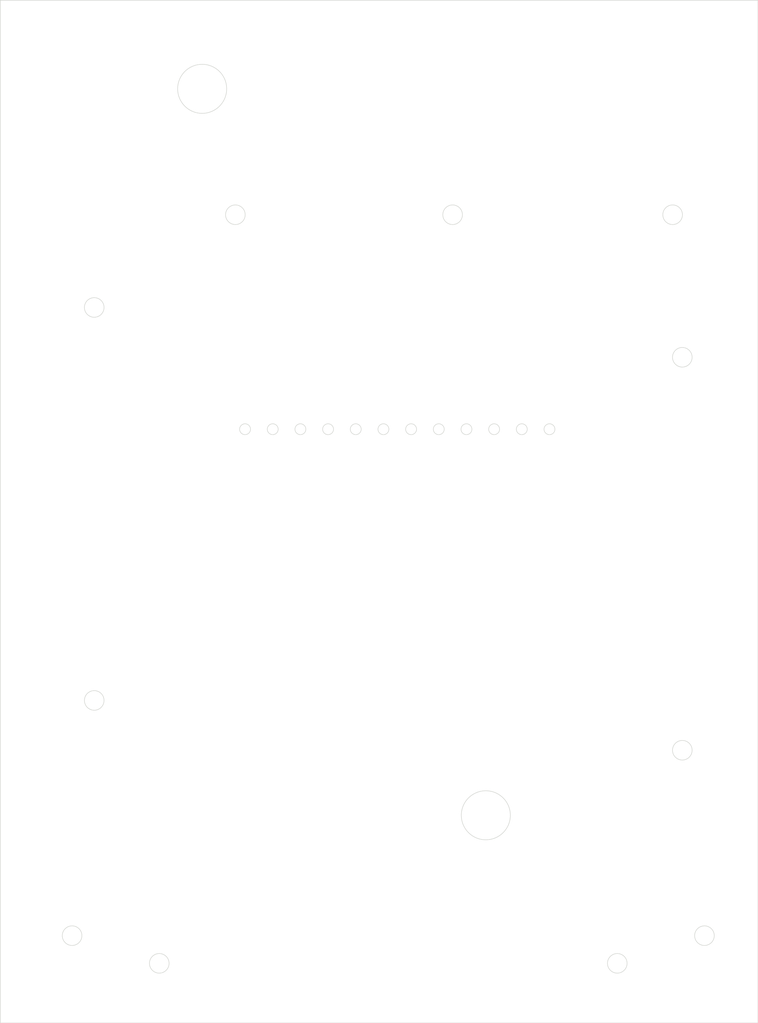
<source format=kicad_pcb>
(kicad_pcb (version 20171130) (host pcbnew "(5.1.6-rc1-127-g282574f46)")

  (general
    (thickness 1.6)
    (drawings 0)
    (tracks 0)
    (zones 0)
    (modules 0)
    (nets 1)
  )

  (page A4)
  (layers
    (0 F.Cu signal)
    (31 B.Cu signal)
    (32 B.Adhes user)
    (33 F.Adhes user)
    (34 B.Paste user)
    (35 F.Paste user)
    (36 B.SilkS user)
    (37 F.SilkS user)
    (38 B.Mask user)
    (39 F.Mask user)
    (40 Dwgs.User user)
    (41 Cmts.User user)
    (42 Eco1.User user)
    (43 Eco2.User user)
    (44 Edge.Cuts user)
    (45 Margin user)
    (46 B.CrtYd user)
    (47 F.CrtYd user)
    (48 B.Fab user)
    (49 F.Fab user)
  )

  (setup
    (last_trace_width 0.25)
    (trace_clearance 0.2)
    (zone_clearance 0.508)
    (zone_45_only no)
    (trace_min 0.2)
    (via_size 0.8)
    (via_drill 0.4)
    (via_min_size 0.4)
    (via_min_drill 0.3)
    (uvia_size 0.3)
    (uvia_drill 0.1)
    (uvias_allowed no)
    (uvia_min_size 0.2)
    (uvia_min_drill 0.1)
    (edge_width 0.05)
    (segment_width 0.2)
    (pcb_text_width 0.3)
    (pcb_text_size 1.5 1.5)
    (mod_edge_width 0.12)
    (mod_text_size 1 1)
    (mod_text_width 0.15)
    (pad_size 1.524 1.524)
    (pad_drill 0.762)
    (pad_to_mask_clearance 0.05)
    (aux_axis_origin 0 0)
    (grid_origin 97.145 143.305)
    (visible_elements FFFFFF7F)
    (pcbplotparams
      (layerselection 0x010fc_ffffffff)
      (usegerberextensions false)
      (usegerberattributes true)
      (usegerberadvancedattributes true)
      (creategerberjobfile true)
      (excludeedgelayer true)
      (linewidth 0.150000)
      (plotframeref false)
      (viasonmask false)
      (mode 1)
      (useauxorigin false)
      (hpglpennumber 1)
      (hpglpenspeed 20)
      (hpglpendiameter 15.000000)
      (psnegative false)
      (psa4output false)
      (plotreference true)
      (plotvalue true)
      (plotinvisibletext false)
      (padsonsilk false)
      (subtractmaskfromsilk false)
      (outputformat 1)
      (mirror false)
      (drillshape 1)
      (scaleselection 1)
      (outputdirectory ""))
  )

  (net 0 "")

  (net_class Default "This is the default net class."
    (clearance 0.2)
    (trace_width 0.25)
    (via_dia 0.8)
    (via_drill 0.4)
    (uvia_dia 0.3)
    (uvia_drill 0.1)
  )


  (gr_line (start 122.122 68.502) (end 52.580 68.502) (angle 90) (layer Edge.Cuts) (width 0.05))
  (gr_line (start 52.580 68.502) (end 52.580 162.355) (angle 90) (layer Edge.Cuts) (width 0.05))
  (gr_line (start 122.122 162.355) (end 52.580 162.355) (angle 90) (layer Edge.Cuts) (width 0.05))
  (gr_line (start 122.122 162.355) (end 122.122 68.502) (angle 90) (layer Edge.Cuts) (width 0.05))
  (gr_circle (center 75.047 107.872) (end 74.547 107.872) (layer Edge.Cuts) (width 0.05))
  (gr_circle (center 77.587 107.872) (end 77.087 107.872) (layer Edge.Cuts) (width 0.05))
  (gr_circle (center 80.127 107.872) (end 79.627 107.872) (layer Edge.Cuts) (width 0.05))
  (gr_circle (center 87.747 107.872) (end 87.247 107.872) (layer Edge.Cuts) (width 0.05))
  (gr_circle (center 85.207 107.872) (end 84.707 107.872) (layer Edge.Cuts) (width 0.05))
  (gr_circle (center 82.667 107.872) (end 82.167 107.872) (layer Edge.Cuts) (width 0.05))
  (gr_circle (center 97.907 107.872) (end 97.407 107.872) (layer Edge.Cuts) (width 0.05))
  (gr_circle (center 95.367 107.872) (end 94.867 107.872) (layer Edge.Cuts) (width 0.05))
  (gr_circle (center 92.827 107.872) (end 92.327 107.872) (layer Edge.Cuts) (width 0.05))
  (gr_circle (center 90.287 107.872) (end 89.787 107.872) (layer Edge.Cuts) (width 0.05))
  (gr_circle (center 102.987 107.872) (end 102.487 107.872) (layer Edge.Cuts) (width 0.05))
  (gr_circle (center 100.447 107.872) (end 99.947 107.872) (layer Edge.Cuts) (width 0.05))
  (gr_circle (center 97.145 143.305) (end 94.895 143.305) (layer Edge.Cuts) (width 0.05))
  (gr_circle (center 115.179 137.336) (end 114.279 137.336) (layer Edge.Cuts) (width 0.05))
  (gr_circle (center 115.179 101.268) (end 114.279 101.268) (layer Edge.Cuts) (width 0.05))
  (gr_circle (center 114.290 88.187) (end 113.390 88.187) (layer Edge.Cuts) (width 0.05))
  (gr_circle (center 94.097 88.187) (end 93.197 88.187) (layer Edge.Cuts) (width 0.05))
  (gr_circle (center 71.110 76.630) (end 68.860 76.630) (layer Edge.Cuts) (width 0.05))
  (gr_circle (center 61.204 96.696) (end 60.304 96.696) (layer Edge.Cuts) (width 0.05))
  (gr_circle (center 74.158 88.187) (end 73.258 88.187) (layer Edge.Cuts) (width 0.05))
  (gr_circle (center 61.204 132.764) (end 60.304 132.764) (layer Edge.Cuts) (width 0.05))
  (gr_circle (center 59.172 154.354) (end 58.272 154.354) (layer Edge.Cuts) (width 0.05))
  (gr_circle (center 67.173 156.894) (end 66.273 156.894) (layer Edge.Cuts) (width 0.05))
  (gr_circle (center 109.210 156.894) (end 108.310 156.894) (layer Edge.Cuts) (width 0.05))
  (gr_circle (center 117.211 154.354) (end 116.311 154.354) (layer Edge.Cuts) (width 0.05))
)
 
</source>
